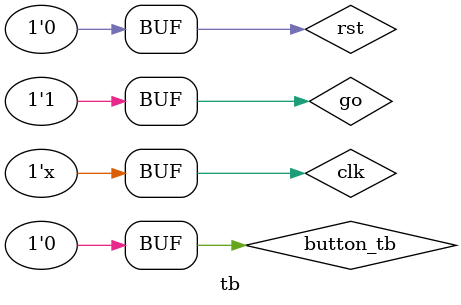
<source format=v>
`timescale 1ns / 1ps

module tb();

    reg clk;
    reg rst;
    reg go;
    wire [7:0] SEG;
    wire [7:0] AN;
    wire  VGA_HS_tb;
    wire  VGA_VS_tb;
    wire [3:0]  VGA_R_tb;
    wire [3:0]  VGA_G_tb;
    wire [3:0]  VGA_B_tb;
    reg  button_tb;
    
    initial 
    begin
        rst=0;
        clk=0;
        go=1;
        button_tb=0;
    end

    always
    begin
        #5 clk=~clk;
    end
    
    LogisimToplevelShell tbins(.FPGA_GlobalClock(clk),
        .FPGA_INPUT_PIN_0(go), 
        .FPGA_INPUT_PIN_1(rst),
        .FPGA_OUTPUT_PIN_1(AN),
        .FPGA_OUTPUT_PIN_0(SEG),
        .VGA_HS_O_one(VGA_HS_tb),
        .VGA_VS_O_one(VGA_VS_tb),
        .VGA_R_one(VGA_R_tb),
        .VGA_G_one(VGA_G_tb),
        .VGA_B_one(VGA_B_tb),
        .buttonOn_one(button_tb));
endmodule
</source>
